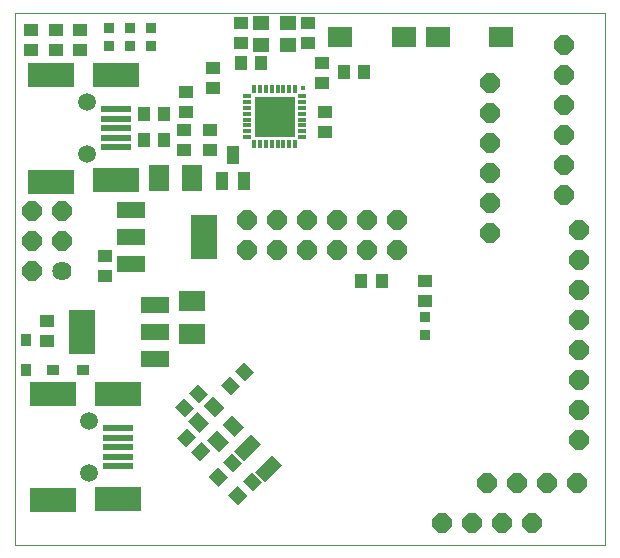
<source format=gts>
G75*
%MOIN*%
%OFA0B0*%
%FSLAX25Y25*%
%IPPOS*%
%LPD*%
%AMOC8*
5,1,8,0,0,1.08239X$1,22.5*
%
%ADD10C,0.00000*%
%ADD11R,0.04731X0.04337*%
%ADD12R,0.09061X0.06699*%
%ADD13R,0.04337X0.04731*%
%ADD14R,0.06699X0.09061*%
%ADD15C,0.05943*%
%ADD16R,0.10243X0.02369*%
%ADD17R,0.15400X0.08000*%
%ADD18R,0.04337X0.03550*%
%ADD19R,0.03550X0.04337*%
%ADD20R,0.09200X0.05200*%
%ADD21R,0.09061X0.14573*%
%ADD22R,0.01384X0.01384*%
%ADD23R,0.13780X0.13780*%
%ADD24R,0.01378X0.02953*%
%ADD25R,0.02953X0.01378*%
%ADD26R,0.03550X0.03550*%
%ADD27R,0.04731X0.07880*%
%ADD28R,0.08274X0.06699*%
%ADD29R,0.04337X0.05912*%
%ADD30OC8,0.06400*%
%ADD31R,0.05518X0.04534*%
%ADD32C,0.06400*%
D10*
X0008340Y0016382D02*
X0008340Y0193548D01*
X0205190Y0193548D01*
X0205190Y0016382D01*
X0008340Y0016382D01*
D11*
X0019167Y0084296D03*
X0019167Y0090989D03*
X0038419Y0105792D03*
X0038419Y0112485D03*
X0064639Y0147879D03*
X0064639Y0154571D03*
X0065427Y0160674D03*
X0065427Y0167367D03*
X0074285Y0168548D03*
X0074285Y0175241D03*
X0083734Y0183508D03*
X0083734Y0190201D03*
X0106175Y0190201D03*
X0106175Y0183508D03*
X0110702Y0177012D03*
X0110702Y0170319D03*
X0111883Y0160477D03*
X0111883Y0153784D03*
X0073301Y0154571D03*
X0073301Y0147879D03*
X0029993Y0181343D03*
X0029993Y0188036D03*
X0021923Y0188036D03*
X0021923Y0181343D03*
X0013852Y0181343D03*
X0013852Y0188036D03*
X0145151Y0104375D03*
X0145151Y0097682D03*
D12*
X0067395Y0097682D03*
X0067395Y0086658D03*
D13*
G36*
X0088229Y0074030D02*
X0085163Y0070964D01*
X0081819Y0074308D01*
X0084885Y0077374D01*
X0088229Y0074030D01*
G37*
G36*
X0083497Y0069297D02*
X0080431Y0066231D01*
X0077087Y0069575D01*
X0080153Y0072641D01*
X0083497Y0069297D01*
G37*
G36*
X0072875Y0066699D02*
X0069809Y0063633D01*
X0066465Y0066977D01*
X0069531Y0070043D01*
X0072875Y0066699D01*
G37*
G36*
X0068142Y0061966D02*
X0065076Y0058900D01*
X0061732Y0062244D01*
X0064798Y0065310D01*
X0068142Y0061966D01*
G37*
G36*
X0065514Y0048941D02*
X0062448Y0052007D01*
X0065792Y0055351D01*
X0068858Y0052285D01*
X0065514Y0048941D01*
G37*
G36*
X0070247Y0044208D02*
X0067181Y0047274D01*
X0070525Y0050618D01*
X0073591Y0047552D01*
X0070247Y0044208D01*
G37*
G36*
X0079349Y0038805D02*
X0076283Y0035739D01*
X0072939Y0039083D01*
X0076005Y0042149D01*
X0079349Y0038805D01*
G37*
G36*
X0084081Y0043538D02*
X0081015Y0040472D01*
X0077671Y0043816D01*
X0080737Y0046882D01*
X0084081Y0043538D01*
G37*
G36*
X0090665Y0037334D02*
X0087599Y0034268D01*
X0084255Y0037612D01*
X0087321Y0040678D01*
X0090665Y0037334D01*
G37*
G36*
X0085932Y0032602D02*
X0082866Y0029536D01*
X0079522Y0032880D01*
X0082588Y0035946D01*
X0085932Y0032602D01*
G37*
X0123891Y0104375D03*
X0130584Y0104375D03*
X0124875Y0173863D03*
X0118182Y0173863D03*
X0090427Y0176816D03*
X0083734Y0176816D03*
X0057946Y0160083D03*
X0051253Y0160083D03*
X0051253Y0151225D03*
X0057946Y0151225D03*
D14*
X0056332Y0138508D03*
X0067356Y0138508D03*
D15*
X0032356Y0146501D03*
X0032356Y0163823D03*
X0032946Y0057524D03*
X0032946Y0040201D03*
D16*
X0042789Y0042564D03*
X0042789Y0045713D03*
X0042789Y0048863D03*
X0042789Y0052012D03*
X0042789Y0055162D03*
X0042198Y0148863D03*
X0042198Y0152012D03*
X0042198Y0155162D03*
X0042198Y0158312D03*
X0042198Y0161461D03*
D17*
X0042198Y0172879D03*
X0020545Y0172879D03*
X0042198Y0137839D03*
X0020545Y0137445D03*
X0021135Y0066579D03*
X0042789Y0066579D03*
X0042789Y0031540D03*
X0021135Y0031146D03*
D18*
X0020938Y0074453D03*
X0031175Y0074453D03*
D19*
X0012080Y0074453D03*
X0012080Y0084690D03*
D20*
X0047124Y0109881D03*
X0047124Y0118981D03*
X0047124Y0128081D03*
X0054989Y0096349D03*
X0054989Y0087249D03*
X0054989Y0078149D03*
D21*
X0030588Y0087249D03*
X0071525Y0118981D03*
D22*
X0104462Y0168607D03*
D23*
X0094954Y0159099D03*
D24*
X0093970Y0168351D03*
X0095938Y0168351D03*
X0097907Y0168351D03*
X0099875Y0168351D03*
X0101844Y0168351D03*
X0092001Y0168351D03*
X0090033Y0168351D03*
X0088064Y0168351D03*
X0088064Y0149847D03*
X0090033Y0149847D03*
X0092001Y0149847D03*
X0093970Y0149847D03*
X0095938Y0149847D03*
X0097907Y0149847D03*
X0099875Y0149847D03*
X0101844Y0149847D03*
D25*
X0104206Y0152209D03*
X0104206Y0154178D03*
X0104206Y0156146D03*
X0104206Y0158115D03*
X0104206Y0160083D03*
X0104206Y0162052D03*
X0104206Y0164020D03*
X0104206Y0165989D03*
X0085702Y0165989D03*
X0085702Y0164020D03*
X0085702Y0162052D03*
X0085702Y0160083D03*
X0085702Y0158115D03*
X0085702Y0156146D03*
X0085702Y0154178D03*
X0085702Y0152209D03*
D26*
X0053615Y0182721D03*
X0053615Y0188627D03*
X0046726Y0188627D03*
X0046726Y0182721D03*
X0039836Y0182721D03*
X0039836Y0188627D03*
X0145151Y0092170D03*
X0145151Y0086264D03*
D27*
G36*
X0093930Y0046192D02*
X0097275Y0042847D01*
X0091704Y0037276D01*
X0088359Y0040621D01*
X0093930Y0046192D01*
G37*
G36*
X0086970Y0053152D02*
X0090315Y0049807D01*
X0084744Y0044236D01*
X0081399Y0047581D01*
X0086970Y0053152D01*
G37*
D28*
X0116804Y0185674D03*
X0138064Y0185674D03*
X0149285Y0185674D03*
X0170545Y0185674D03*
D29*
X0084875Y0137760D03*
X0077395Y0137760D03*
X0081135Y0146422D03*
D30*
X0085702Y0124729D03*
X0095702Y0124729D03*
X0105702Y0124729D03*
X0115702Y0124729D03*
X0125702Y0124729D03*
X0135702Y0124729D03*
X0135702Y0114729D03*
X0125702Y0114729D03*
X0115702Y0114729D03*
X0105702Y0114729D03*
X0095702Y0114729D03*
X0085702Y0114729D03*
X0024167Y0117760D03*
X0014167Y0117760D03*
X0014167Y0107760D03*
X0014167Y0127760D03*
X0024167Y0127760D03*
X0150820Y0023666D03*
X0160820Y0023666D03*
X0170820Y0023666D03*
X0180820Y0023666D03*
X0185584Y0037052D03*
X0195584Y0037052D03*
X0196332Y0051264D03*
X0196332Y0061264D03*
X0196332Y0071264D03*
X0196332Y0081264D03*
X0196332Y0091264D03*
X0196332Y0101264D03*
X0196332Y0111264D03*
X0196332Y0121264D03*
X0191411Y0133115D03*
X0191411Y0143115D03*
X0191411Y0153115D03*
X0191411Y0163115D03*
X0191411Y0173115D03*
X0191411Y0183115D03*
X0166804Y0170319D03*
X0166804Y0160319D03*
X0166804Y0150319D03*
X0166804Y0140319D03*
X0166804Y0130319D03*
X0166804Y0120319D03*
X0165584Y0037052D03*
X0175584Y0037052D03*
D31*
G36*
X0080838Y0059524D02*
X0084738Y0055624D01*
X0081532Y0052418D01*
X0077632Y0056318D01*
X0080838Y0059524D01*
G37*
G36*
X0074435Y0065927D02*
X0078335Y0062027D01*
X0075129Y0058821D01*
X0071229Y0062721D01*
X0074435Y0065927D01*
G37*
G36*
X0069285Y0060777D02*
X0073185Y0056877D01*
X0069979Y0053671D01*
X0066079Y0057571D01*
X0069285Y0060777D01*
G37*
G36*
X0075688Y0054374D02*
X0079588Y0050474D01*
X0076382Y0047268D01*
X0072482Y0051168D01*
X0075688Y0054374D01*
G37*
X0090427Y0183016D03*
X0090427Y0190300D03*
X0099482Y0190300D03*
X0099482Y0183016D03*
D32*
X0024167Y0107760D03*
M02*

</source>
